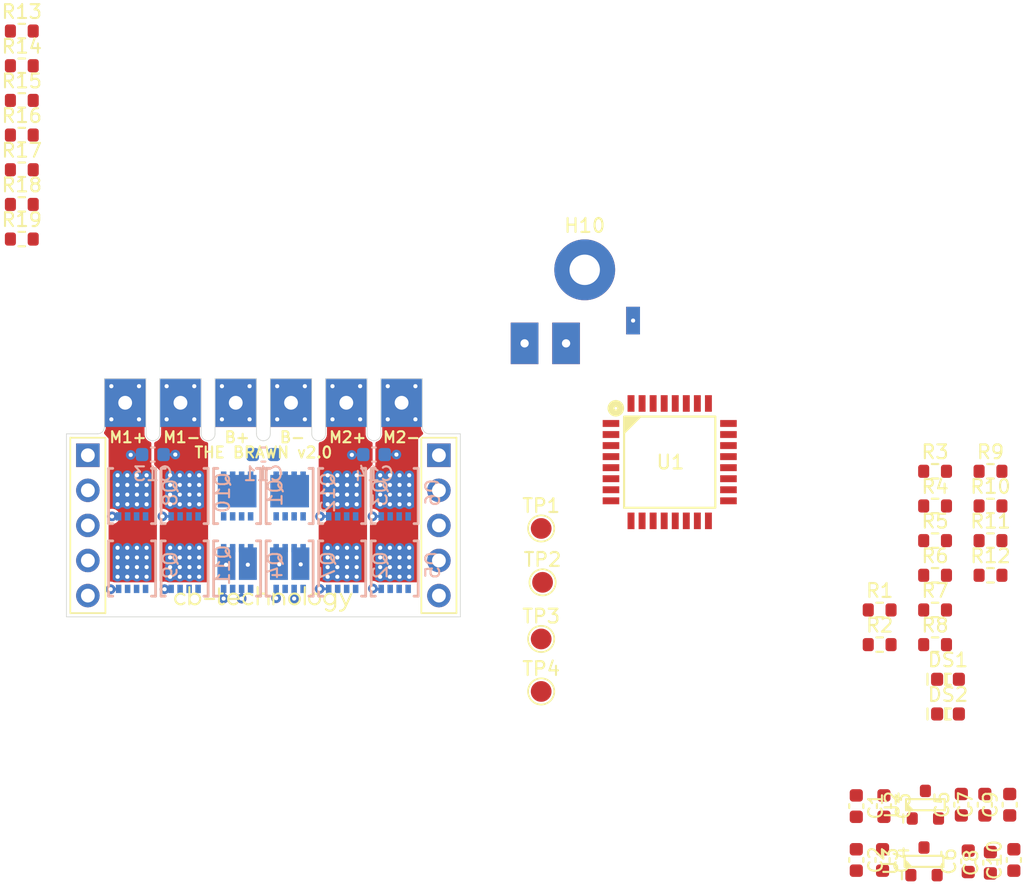
<source format=kicad_pcb>
(kicad_pcb (version 20221018) (generator pcbnew)
  (title_block (title "THE BRAWN - 20A") (date "2023-05-18") (rev "v2.0") (company "CB-TECHNOLOGY"))
  (layers (0 "F.Cu" signal) (1 "In1.Cu" signal) (2 "In2.Cu" signal) (31 "B.Cu" signal) (34 "B.Paste" user) (35 "F.Paste" user) (36 "B.SilkS" user "B.Silkscreen") (37 "F.SilkS" user "F.Silkscreen") (38 "B.Mask" user) (39 "F.Mask" user) (44 "Edge.Cuts" user))
  (net 0 "")
  (net 1 "/A_MOTOR+")
  (net 2 "/A_MOTOR-")
  (net 3 "Net-(H5-Pad1)")
  (net 4 "+5V")
  (net 5 "VCC")
  (net 6 "/B_MOTOR+")
  (net 7 "GND")
  (net 8 "+3V3")
  (net 9 "/B_MOTOR-")
  (net 14 "/SIGNAL")
  (net 16 "/LED_GREEN")
  (net 17 "/nRST")
  (net 18 "Net-(H10-Pad1)")
  (net 19 "/A_FET_P1")
  (net 20 "/A_FET_N1")
  (net 21 "/A_FET_N1_HS")
  (net 22 "/LED_RED")
  (net 24 "/V_BATT")
  (net 26 "/SWDIO")
  (net 27 "/SWDCLK")
  (net 29 "/A_FET_N2_HS")
  (net 30 "/A_FET_P2")
  (net 31 "/A_FET_N2")
  (net 32 "/B_FET_N1_HS")
  (net 40 "Net-(DS1-K)")
  (net 41 "Net-(DS2-K)")
  (net 42 "/B_FET_P1")
  (net 43 "/B_FET_N2_HS")
  (net 44 "/B_FET_P2")
  (net 45 "/B_FET_N1")
  (net 46 "/B_FET_N2")
  (net 47 "/B_SIGNAL")
  (net 48 "/A_SIGNAL")
  (net 49 "Net-(Q1-D)")
  (footprint ".R_Resistor:R_0603" (layer "F.Cu") (at 198.6 165)
    (fp_text reference "R7")
    (fp_text value "1K" hide)
  )
  (footprint "TestPoint:TestPoint_Pad_D1.5mm" (layer "F.Cu") (at 170.1 159.1)
    (fp_text reference "TP1")
    (fp_text value "TestPoint")
  )
  (footprint ".R_Resistor:R_0603" (layer "F.Cu") (at 194.59 165)
    (fp_text reference "R1")
    (fp_text value "1K" hide)
  )
  (footprint ".C_Capacitor:C_0603" (layer "F.Cu") (at 202.6 183.3 90)
    (fp_text reference "C8")
    (fp_text value "1uF" hide)
  )
  (footprint ".R_Resistor:R_0603" (layer "F.Cu") (at 202.61 162.49)
    (fp_text reference "R12")
    (fp_text value "1K" hide)
  )
  (footprint ".C_Capacitor:C_0603" (layer "F.Cu") (at 201 183.2 90)
    (fp_text reference "C6")
    (fp_text value "100nF" hide)
  )
  (footprint ".R_Resistor:R_0603" (layer "F.Cu") (at 194.59 167.51)
    (fp_text reference "R2")
    (fp_text value "10K" hide)
  )
  (footprint ".R_Resistor:R_0603" (layer "F.Cu") (at 198.6 159.98)
    (fp_text reference "R5")
    (fp_text value "1K" hide)
  )
  (footprint "TestPoint:TestPoint_Pad_D1.5mm" (layer "F.Cu") (at 170.1 167.1)
    (fp_text reference "TP3")
    (fp_text value "TestPoint")
  )
  (footprint ".R_Resistor:R_0603" (layer "F.Cu") (at 198.6 157.47)
    (fp_text reference "R4")
    (fp_text value "DNF" hide)
  )
  (footprint "MountingHole:MountingHole_2.2mm_M2_Pad_TopBottom" (layer "F.Cu") (at 144 150)
    (fp_text reference "H4" hide)
    (fp_text value "MountingHole_Pad")
  )
  (footprint ".C_Capacitor:C_0603" (layer "F.Cu") (at 192.9 183.1 -90)
    (fp_text reference "C2")
    (fp_text value "1uF" hide)
  )
  (footprint ".R_Resistor:R_0603" (layer "F.Cu") (at 202.61 157.47)
    (fp_text reference "R10")
    (fp_text value "120R" hide)
  )
  (footprint ".R_Resistor:R_0603" (layer "F.Cu") (at 202.61 154.96)
    (fp_text reference "R9")
    (fp_text value "1K" hide)
  )
  (footprint ".R_Resistor:R_0603" (layer "F.Cu") (at 198.6 167.51)
    (fp_text reference "R8")
    (fp_text value "120R" hide)
  )
  (footprint ".R_Resistor:R_0603" (layer "F.Cu") (at 198.6 162.49)
    (fp_text reference "R6")
    (fp_text value "1K" hide)
  )
  (footprint ".R_Resistor:R_0603" (layer "F.Cu") (at 198.6 154.96)
    (fp_text reference "R3")
    (fp_text value "0R" hide)
  )
  (footprint "MountingHole:MountingHole_2.2mm_M2_Pad_TopBottom" (layer "F.Cu") (at 176.75 144.05)
    (fp_text reference "H5" hide)
    (fp_text value "MountingHole_Pad")
  )
  (footprint ".R_Resistor:R_0603" (layer "F.Cu") (at 132.52 123.09)
    (fp_text reference "R13")
    (fp_text value "1K" hide)
  )
  (footprint "Connector_PinHeader_2.54mm:PinHeader_1x05_P2.54mm_Vertical" (layer "F.Cu") (at 162.7 153.8)
    (fp_text reference "J4" hide)
    (fp_text value "Conn_01x05")
  )
  (footprint "MountingHole:MountingHole_2.2mm_M2_Pad_TopBottom" (layer "F.Cu") (at 156 150)
    (fp_text reference "H8" hide)
    (fp_text value "MountingHole_Pad")
  )
  (footprint ".C_Capacitor:C_0603" (layer "F.Cu") (at 200.5 179.1 90)
    (fp_text reference "C5")
    (fp_text value "100nF" hide)
  )
  (footprint ".C_Capacitor:C_0603" (layer "F.Cu") (at 204 179.1 90)
    (fp_text reference "C9")
    (fp_text value "4.7uF" hide)
  )
  (footprint ".R_Resistor:R_0603" (layer "F.Cu") (at 132.52 133.13)
    (fp_text reference "R17")
    (fp_text value "1K" hide)
  )
  (footprint ".U_IC:SOT23_3" (layer "F.Cu") (at 197.8 183.2 90)
    (fp_text reference "U3")
    (fp_text value "LR7533" hide)
  )
  (footprint "MountingHole:MountingHole_2.2mm_M2_Pad_TopBottom" (layer "F.Cu") (at 140 150)
    (fp_text reference "H3" hide)
    (fp_text value "MountingHole_Pad")
  )
  (footprint ".R_Resistor:R_0603" (layer "F.Cu") (at 202.61 159.98)
    (fp_text reference "R11")
    (fp_text value "1K" hide)
  )
  (footprint "MountingHole:MountingHole_2.2mm_M2_Pad_TopBottom" (layer "F.Cu") (at 173.25 140.375)
    (fp_text reference "H10")
    (fp_text value "MountingHole_Pad")
  )
  (footprint ".U_IC:LQFP32_08_7x7" (layer "F.Cu") (at 179.4 154.3)
    (fp_text reference "U1")
    (fp_text value "STM32G030KxTx" hide)
  )
  (footprint ".C_Capacitor:C_0603" (layer "F.Cu") (at 202.2 179.1 90)
    (fp_text reference "C7")
    (fp_text value "1uF" hide)
  )
  (footprint ".C_Capacitor:C_0603" (layer "F.Cu") (at 204.3 183.1 90)
    (fp_text reference "C10")
    (fp_text value "4.7uF" hide)
  )
  (footprint "MountingHole:MountingHole_2.2mm_M2_Pad_TopBottom" (layer "F.Cu") (at 160 150)
    (fp_text reference "H9" hide)
    (fp_text value "MountingHole_Pad")
  )
  (footprint ".DS_LED:DS_0603" (layer "F.Cu") (at 199.535 172.53)
    (fp_text reference "DS2")
    (fp_text value "GREEN" hide)
  )
  (footprint ".R_Resistor:R_0603" (layer "F.Cu") (at 132.52 138.15)
    (fp_text reference "R19")
    (fp_text value "1K" hide)
  )
  (footprint ".C_Capacitor:C_0603" (layer "F.Cu") (at 194.8 183.1 -90)
    (fp_text reference "C4")
    (fp_text value "100nF" hide)
  )
  (footprint "LOGO" (layer "F.Cu") (at 150 164.2)
    (fp_text reference "G***" hide)
    (fp_text value "LOGO" hide)
  )
  (footprint ".R_Resistor:R_0603" (layer "F.Cu") (at 132.52 128.11)
    (fp_text reference "R15")
    (fp_text value "1K" hide)
  )
  (footprint "Connector_PinHeader_2.54mm:PinHeader_1x05_P2.54mm_Vertical" (layer "F.Cu") (at 137.3 153.8)
    (fp_text reference "J3" hide)
    (fp_text value "Conn_01x05")
  )
  (footprint "MountingHole:MountingHole_2.2mm_M2_Pad_TopBottom" (layer "F.Cu") (at 152 150)
    (fp_text reference "H2" hide)
    (fp_text value "MountingHole_Pad")
  )
  (footprint ".C_Capacitor:C_0603" (layer "F.Cu") (at 194.9 179.2 -90)
    (fp_text reference "C3")
    (fp_text value "100nF" hide)
  )
  (footprint "MountingHole:MountingHole_2.2mm_M2_Pad_TopBottom" (layer "F.Cu") (at 168.9 145.7)
    (fp_text reference "H7" hide)
    (fp_text value "MountingHole_Pad")
  )
  (footprint "TestPoint:TestPoint_Pad_D1.5mm" (layer "F.Cu") (at 170.2 163)
    (fp_text reference "TP2")
    (fp_text value "TestPoint")
  )
  (footprint ".R_Resistor:R_0603" (layer "F.Cu") (at 132.52 135.64)
    (fp_text reference "R18")
    (fp_text value "1K" hide)
  )
  (footprint ".C_Capacitor:C_0603" (layer "F.Cu") (at 192.9 179.2 -90)
    (fp_text reference "C1")
    (fp_text value "1uF" hide)
  )
  (footprint ".U_IC:SOT23_3" (layer "F.Cu") (at 197.9 179.1 90)
    (fp_text reference "U2")
    (fp_text value "LR7533" hide)
  )
  (footprint ".R_Resistor:R_0603" (layer "F.Cu") (at 132.52 125.6)
    (fp_text reference "R14")
    (fp_text value "1K" hide)
  )
  (footprint ".DS_LED:DS_0603" (layer "F.Cu") (at 199.535 170.02)
    (fp_text reference "DS1")
    (fp_text value "RED" hide)
  )
  (footprint "TestPoint:TestPoint_Pad_D1.5mm" (layer "F.Cu") (at 170.1 170.9)
    (fp_text reference "TP4")
    (fp_text value "TestPoint")
  )
  (footprint "MountingHole:MountingHole_2.2mm_M2_Pad_TopBottom" (layer "F.Cu") (at 171.9 145.7)
    (fp_text reference "H6" hide)
    (fp_text value "MountingHole_Pad")
  )
  (footprint "MountingHole:MountingHole_2.2mm_M2_Pad_TopBottom" (layer "F.Cu") (at 148 150)
    (fp_text reference "H1" hide)
    (fp_text value "MountingHole_Pad")
  )
  (footprint ".R_Resistor:R_0603" (layer "F.Cu") (at 132.52 130.62)
    (fp_text reference "R16")
    (fp_text value "1K" hide)
  )
  (footprint ".Q_MOSFET:8-DFN_3x3" (layer "B.Cu") (at 159.5 156.75 90)
    (fp_text reference "Q6")
    (fp_text value "VS3522AE")
  )
  (footprint ".Q_MOSFET:8-DFN_3x3" (layer "B.Cu") (at 159.5 162 90)
    (fp_text reference "Q5")
    (fp_text value "AP50N03DF")
  )
  (footprint ".Q_MOSFET:8-DFN_3x3" (layer "B.Cu") (at 144.3 156.75 90)
    (fp_text reference "Q10")
    (fp_text value "VS3522AE")
  )
  (footprint ".Q_MOSFET:8-DFN_3x3" (layer "B.Cu") (at 140.5 156.75 90)
    (fp_text reference "Q8")
    (fp_text value "VS3522AE")
  )
  (footprint ".Q_MOSFET:8-DFN_3x3_DUAL" (layer "B.Cu") (at 151.9 162 90)
    (fp_text reference "Q7")
    (fp_text value "HXY304DF")
  )
  (footprint ".C_Capacitor:C_0603" (layer "B.Cu") (at 150 153.75)
    (fp_text reference "C11")
    (fp_text value "4.7uF" hide)
  )
  (footprint ".Q_MOSFET:8-DFN_3x3" (layer "B.Cu") (at 155.7 162 90)
    (fp_text reference "Q2")
    (fp_text value "AP50N03DF")
  )
  (footprint ".Q_MOSFET:8-DFN_3x3" (layer "B.Cu") (at 140.5 162 90)
    (fp_text reference "Q9")
    (fp_text value "AP50N03DF")
  )
  (footprint ".C_Capacitor:C_0603" (layer "B.Cu") (at 158 153.75)
    (fp_text reference "C14")
    (fp_text value "100nF" hide)
  )
  (footprint ".Q_MOSFET:8-DFN_3x3" (layer "B.Cu") (at 148.1 156.75 90)
    (fp_text reference "Q1")
    (fp_text value "VS3522AE")
  )
  (footprint ".Q_MOSFET:8-DFN_3x3" (layer "B.Cu") (at 144.3 162 90)
    (fp_text reference "Q11")
    (fp_text value "AP50N03DF")
  )
  (footprint ".Q_MOSFET:8-DFN_3x3" (layer "B.Cu") (at 151.9 156.75 90)
    (fp_text reference "Q12")
    (fp_text value "VS3522AE")
  )
  (footprint ".C_Capacitor:C_0603" (layer "B.Cu") (at 142 153.75)
    (fp_text reference "C13")
    (fp_text value "100nF" hide)
  )
  (footprint ".Q_MOSFET:8-DFN_3x3_DUAL" (layer "B.Cu") (at 148.1 162 90)
    (fp_text reference "Q4")
    (fp_text value "HXY304DF")
  )
  (footprint ".Q_MOSFET:8-DFN_3x3" (layer "B.Cu") (at 155.7 156.75 90)
    (fp_text reference "Q3")
    (fp_text value "VS3522AE")
  )
  (gr_line (start 157.5 148.25) (end 157.5 152.25) (stroke (width 0.05)) (layer "Edge.Cuts"))
  (gr_arc (start 146.5 152.25) (mid 146.353554 152.603554) (end 146 152.75) (stroke (width 0.05)) (layer "Edge.Cuts"))
  (gr_line (start 138.5 148.25) (end 138.5 151.75) (stroke (width 0.05)) (layer "Edge.Cuts"))
  (gr_line (start 150.5 148.25) (end 150.5 152.25) (stroke (width 0.05)) (layer "Edge.Cuts"))
  (gr_line (start 146.5 148.25) (end 146.5 152.25) (stroke (width 0.05)) (layer "Edge.Cuts"))
  (gr_line (start 153.5 148.25) (end 153.5 152.25) (stroke (width 0.05)) (layer "Edge.Cuts"))
  (gr_line (start 146.5 148.25) (end 149.5 148.25) (stroke (width 0.05)) (layer "Edge.Cuts"))
  (gr_line (start 164.25 152.25) (end 164.25 165.5) (stroke (width 0.05)) (layer "Edge.Cuts"))
  (gr_line (start 161.5 148.25) (end 161.5 151.75) (stroke (width 0.05)) (layer "Edge.Cuts"))
  (gr_line (start 150.5 148.25) (end 153.5 148.25) (stroke (width 0.05)) (layer "Edge.Cuts"))
  (gr_line (start 141.5 148.25) (end 141.5 152.25) (stroke (width 0.05)) (layer "Edge.Cuts"))
  (gr_arc (start 154.5 152.25) (mid 154.353554 152.603554) (end 154 152.75) (stroke (width 0.05)) (layer "Edge.Cuts"))
  (gr_line (start 135.75 152.25) (end 135.75 165.5) (stroke (width 0.05)) (layer "Edge.Cuts"))
  (gr_line (start 138.5 148.25) (end 141.5 148.25) (stroke (width 0.05)) (layer "Edge.Cuts"))
  (gr_arc (start 158 152.75) (mid 157.646447 152.603553) (end 157.5 152.25) (stroke (width 0.05)) (layer "Edge.Cuts"))
  (gr_arc (start 150 152.75) (mid 149.646446 152.603554) (end 149.5 152.25) (stroke (width 0.05)) (layer "Edge.Cuts"))
  (gr_arc (start 142 152.75) (mid 141.646446 152.603554) (end 141.5 152.25) (stroke (width 0.05)) (layer "Edge.Cuts"))
  (gr_line (start 142.5 148.25) (end 142.5 152.25) (stroke (width 0.05)) (layer "Edge.Cuts"))
  (gr_line (start 142.5 148.25) (end 145.5 148.25) (stroke (width 0.05)) (layer "Edge.Cuts"))
  (gr_line (start 162 152.25) (end 164.25 152.25) (stroke (width 0.05)) (layer "Edge.Cuts"))
  (gr_arc (start 138.5 151.75) (mid 138.353554 152.103554) (end 138 152.25) (stroke (width 0.05)) (layer "Edge.Cuts"))
  (gr_line (start 138 152.25) (end 135.75 152.25) (stroke (width 0.05)) (layer "Edge.Cuts"))
  (gr_line (start 158.5 148.25) (end 161.5 148.25) (stroke (width 0.05)) (layer "Edge.Cuts"))
  (gr_arc (start 154 152.75) (mid 153.646446 152.603554) (end 153.5 152.25) (stroke (width 0.05)) (layer "Edge.Cuts"))
  (gr_line (start 164.25 165.5) (end 135.75 165.5) (stroke (width 0.05)) (layer "Edge.Cuts"))
  (gr_arc (start 162 152.25) (mid 161.646446 152.103554) (end 161.5 151.75) (stroke (width 0.05)) (layer "Edge.Cuts"))
  (gr_line (start 149.5 148.25) (end 149.5 152.25) (stroke (width 0.05)) (layer "Edge.Cuts"))
  (gr_arc (start 150.5 152.25) (mid 150.353554 152.603554) (end 150 152.75) (stroke (width 0.05)) (layer "Edge.Cuts"))
  (gr_arc (start 158.5 152.25) (mid 158.353553 152.603553) (end 158 152.75) (stroke (width 0.05)) (layer "Edge.Cuts"))
  (gr_line (start 158.5 148.25) (end 158.5 152.25) (stroke (width 0.05)) (layer "Edge.Cuts"))
  (gr_line (start 154.5 148.25) (end 157.5 148.25) (stroke (width 0.05)) (layer "Edge.Cuts"))
  (gr_line (start 154.5 148.25) (end 154.5 152.25) (stroke (width 0.05)) (layer "Edge.Cuts"))
  (gr_arc (start 142.5 152.25) (mid 142.353554 152.603554) (end 142 152.75) (stroke (width 0.05)) (layer "Edge.Cuts"))
  (gr_line (start 145.5 148.25) (end 145.5 152.25) (stroke (width 0.05)) (layer "Edge.Cuts"))
  (gr_arc (start 146 152.75) (mid 145.646446 152.603554) (end 145.5 152.25) (stroke (width 0.05)) (layer "Edge.Cuts"))
  (gr_text "M1+" (at 140.2 152.5) (layer "F.SilkS") (effects (font (size 0.8 0.8))))
  (gr_text "B+" (at 148.1 152.5) (layer "F.SilkS") (effects (font (size 0.8 0.8))))
  (gr_text "M2-" (at 160 152.5) (layer "F.SilkS") (effects (font (size 0.8 0.8))))
  (gr_text "THE BRAWN v2.0" (at 150 153.6) (layer "F.SilkS") (effects (font (size 0.8 0.8))))
  (gr_text "M1-" (at 144.1 152.5) (layer "F.SilkS") (effects (font (size 0.8 0.8))))
  (gr_text "B-" (at 152.1 152.5) (layer "F.SilkS") (effects (font (size 0.8 0.8))))
  (gr_text "M2+" (at 156.1 152.5) (layer "F.SilkS") (effects (font (size 0.8 0.8))))
  (via (at 140.85 160.5) (size 0.7) (drill 0.3) (layers "F.Cu" "B.Cu") (net 1))
  (via (at 139 148.8) (size 0.7) (drill 0.3) (layers "F.Cu" "B.Cu") (net 1))
  (via (at 139.45 160.5) (size 0.7) (drill 0.3) (layers "F.Cu" "B.Cu") (net 1))
  (via (at 140.15 155.25) (size 0.7) (drill 0.3) (layers "F.Cu" "B.Cu") (net 1))
  (via (at 139.45 155.95) (size 0.7) (drill 0.3) (layers "F.Cu" "B.Cu") (net 1))
  (via (at 140.85 161.9) (size 0.7) (drill 0.3) (layers "F.Cu" "B.Cu") (net 1))
  (via (at 140.15 162.6) (size 0.7) (drill 0.3) (layers "F.Cu" "B.Cu") (net 1))
  (via (at 141.55 160.5) (size 0.7) (drill 0.3) (layers "F.Cu" "B.Cu") (net 1))
  (via (at 141.55 155.95) (size 0.7) (drill 0.3) (layers "F.Cu" "B.Cu") (net 1))
  (via (at 140.85 162.6) (size 0.7) (drill 0.3) (layers "F.Cu" "B.Cu") (net 1))
  (via (at 140.15 160.5) (size 0.7) (drill 0.3) (layers "F.Cu" "B.Cu") (net 1))
  (via (at 140.15 161.9) (size 0.7) (drill 0.3) (layers "F.Cu" "B.Cu") (net 1))
  (via (at 141.55 162.6) (size 0.7) (drill 0.3) (layers "F.Cu" "B.Cu") (net 1))
  (via (at 140.85 155.25) (size 0.7) (drill 0.3) (layers "F.Cu" "B.Cu") (net 1))
  (via (at 141 151.2) (size 0.7) (drill 0.3) (layers "F.Cu" "B.Cu") (net 1))
  (via (at 139.45 157.35) (size 0.7) (drill 0.3) (layers "F.Cu" "B.Cu") (net 1))
  (via (at 140.15 157.35) (size 0.7) (drill 0.3) (layers "F.Cu" "B.Cu") (net 1))
  (via (at 140.85 156.65) (size 0.7) (drill 0.3) (layers "F.Cu" "B.Cu") (net 1))
  (via (at 139.45 161.2) (size 0.7) (drill 0.3) (layers "F.Cu" "B.Cu") (net 1))
  (via (at 140.85 157.35) (size 0.7) (drill 0.3) (layers "F.Cu" "B.Cu") (net 1))
  (via (at 139 151.2) (size 0.7) (drill 0.3) (layers "F.Cu" "B.Cu") (net 1))
  (via (at 141.55 156.65) (size 0.7) (drill 0.3) (layers "F.Cu" "B.Cu") (net 1))
  (via (at 141.55 161.2) (size 0.7) (drill 0.3) (layers "F.Cu" "B.Cu") (net 1))
  (via (at 141 148.8) (size 0.7) (drill 0.3) (layers "F.Cu" "B.Cu") (net 1))
  (via (at 140.15 155.95) (size 0.7) (drill 0.3) (layers "F.Cu" "B.Cu") (net 1))
  (via (at 141.55 155.25) (size 0.7) (drill 0.3) (layers "F.Cu" "B.Cu") (net 1))
  (via (at 139.45 161.9) (size 0.7) (drill 0.3) (layers "F.Cu" "B.Cu") (net 1))
  (via (at 140.4 153.775) (size 0.7) (drill 0.3) (layers "F.Cu" "B.Cu") (net 1))
  (via (at 141.55 157.35) (size 0.7) (drill 0.3) (layers "F.Cu" "B.Cu") (net 1))
  (via (at 139.45 155.25) (size 0.7) (drill 0.3) (layers "F.Cu" "B.Cu") (net 1))
  (via (at 140.15 156.65) (size 0.7) (drill 0.3) (layers "F.Cu" "B.Cu") (net 1))
  (via (at 140.85 161.2) (size 0.7) (drill 0.3) (layers "F.Cu" "B.Cu") (net 1))
  (via (at 140.15 161.2) (size 0.7) (drill 0.3) (layers "F.Cu" "B.Cu") (net 1))
  (via (at 140.85 155.95) (size 0.7) (drill 0.3) (layers "F.Cu" "B.Cu") (net 1))
  (via (at 139.45 162.6) (size 0.7) (drill 0.3) (layers "F.Cu" "B.Cu") (net 1))
  (via (at 141.55 161.9) (size 0.7) (drill 0.3) (layers "F.Cu" "B.Cu") (net 1))
  (via (at 139.45 156.65) (size 0.7) (drill 0.3) (layers "F.Cu" "B.Cu") (net 1))
  (segment (start 141.25 153.775) (end 140.4 153.775) (width 0.2) (layer "B.Cu") (net 1))
  (via (at 145.35 162.6) (size 0.7) (drill 0.3) (layers "F.Cu" "B.Cu") (net 2))
  (via (at 144.65 160.5) (size 0.7) (drill 0.3) (layers "F.Cu" "B.Cu") (net 2))
  (via (at 143.25 160.5) (size 0.7) (drill 0.3) (layers "F.Cu" "B.Cu") (net 2))
  (via (at 143.95 155.95) (size 0.7) (drill 0.3) (layers "F.Cu" "B.Cu") (net 2))
  (via (at 144.65 161.9) (size 0.7) (drill 0.3) (layers "F.Cu" "B.Cu") (net 2))
  (via (at 145.35 156.65) (size 0.7) (drill 0.3) (layers "F.Cu" "B.Cu") (net 2))
  (via (at 143.95 156.65) (size 0.7) (drill 0.3) (layers "F.Cu" "B.Cu") (net 2))
  (via (at 143.25 157.35) (size 0.7) (drill 0.3) (layers "F.Cu" "B.Cu") (net 2))
  (via (at 143.25 155.95) (size 0.7) (drill 0.3) (layers "F.Cu" "B.Cu") (net 2))
  (via (at 145.35 155.95) (size 0.7) (drill 0.3) (layers "F.Cu" "B.Cu") (net 2))
  (via (at 143 151.2) (size 0.7) (drill 0.3) (layers "F.Cu" "B.Cu") (net 2))
  (via (at 143.95 162.6) (size 0.7) (drill 0.3) (layers "F.Cu" "B.Cu") (net 2))
  (via (at 143.25 162.6) (size 0.7) (drill 0.3) (layers "F.Cu" "B.Cu") (net 2))
  (via (at 143.25 161.9) (size 0.7) (drill 0.3) (layers "F.Cu" "B.Cu") (net 2))
  (via (at 143.95 160.5) (size 0.7) (drill 0.3) (layers "F.Cu" "B.Cu") (net 2))
  (via (at 145 148.8) (size 0.7) (drill 0.3) (layers "F.Cu" "B.Cu") (net 2))
  (via (at 145.35 155.25) (size 0.7) (drill 0.3) (layers "F.Cu" "B.Cu") (net 2))
  (via (at 143.25 161.2) (size 0.7) (drill 0.3) (layers "F.Cu" "B.Cu") (net 2))
  (via (at 143.25 156.65) (size 0.7) (drill 0.3) (layers "F.Cu" "B.Cu") (net 2))
  (via (at 145.35 161.2) (size 0.7) (drill 0.3) (layers "F.Cu" "B.Cu") (net 2))
  (via (at 145.35 157.35) (size 0.7) (drill 0.3) (layers "F.Cu" "B.Cu") (net 2))
  (via (at 144.65 156.65) (size 0.7) (drill 0.3) (layers "F.Cu" "B.Cu") (net 2))
  (via (at 145 151.2) (size 0.7) (drill 0.3) (layers "F.Cu" "B.Cu") (net 2))
  (via (at 144.65 162.6) (size 0.7) (drill 0.3) (layers "F.Cu" "B.Cu") (net 2))
  (via (at 144.65 155.95) (size 0.7) (drill 0.3) (layers "F.Cu" "B.Cu") (net 2))
  (via (at 143.95 161.2) (size 0.7) (drill 0.3) (layers "F.Cu" "B.Cu") (net 2))
  (via (at 143.95 155.25) (size 0.7) (drill 0.3) (layers "F.Cu" "B.Cu") (net 2))
  (via (at 143.95 161.9) (size 0.7) (drill 0.3) (layers "F.Cu" "B.Cu") (net 2))
  (via (at 144.65 155.25) (size 0.7) (drill 0.3) (layers "F.Cu" "B.Cu") (net 2))
  (via (at 143 148.8) (size 0.7) (drill 0.3) (layers "F.Cu" "B.Cu") (net 2))
  (via (at 143.625 153.75) (size 0.7) (drill 0.3) (layers "F.Cu" "B.Cu") (net 2))
  (via (at 145.35 161.9) (size 0.7) (drill 0.3) (layers "F.Cu" "B.Cu") (net 2))
  (via (at 144.65 161.2) (size 0.7) (drill 0.3) (layers "F.Cu" "B.Cu") (net 2))
  (via (at 143.95 157.35) (size 0.7) (drill 0.3) (layers "F.Cu" "B.Cu") (net 2))
  (via (at 145.35 160.5) (size 0.7) (drill 0.3) (layers "F.Cu" "B.Cu") (net 2))
  (via (at 144.65 157.35) (size 0.7) (drill 0.3) (layers "F.Cu" "B.Cu") (net 2))
  (via (at 143.25 155.25) (size 0.7) (drill 0.3) (layers "F.Cu" "B.Cu") (net 2))
  (segment (start 142.775 153.75) (end 143.625 153.75) (width 0.2) (layer "B.Cu") (net 2))
  (via (at 156.75 156.65) (size 0.7) (drill 0.3) (layers "F.Cu" "B.Cu") (net 6))
  (via (at 156.75 162.6) (size 0.7) (drill 0.3) (layers "F.Cu" "B.Cu") (net 6))
  (via (at 154.65 156.65) (size 0.7) (drill 0.3) (layers "F.Cu" "B.Cu") (net 6))
  (via (at 156.05 161.2) (size 0.7) (drill 0.3) (layers "F.Cu" "B.Cu") (net 6))
  (via (at 155.35 155.25) (size 0.7) (drill 0.3) (layers "F.Cu" "B.Cu") (net 6))
  (via (at 154.65 160.5) (size 0.7) (drill 0.3) (layers "F.Cu" "B.Cu") (net 6))
  (via (at 154.65 162.6) (size 0.7) (drill 0.3) (layers "F.Cu" "B.Cu") (net 6))
  (via (at 156.75 160.5) (size 0.7) (drill 0.3) (layers "F.Cu" "B.Cu") (net 6))
  (via (at 156.05 162.6) (size 0.7) (drill 0.3) (layers "F.Cu" "B.Cu") (net 6))
  (via (at 156.05 155.95) (size 0.7) (drill 0.3) (layers "F.Cu" "B.Cu") (net 6))
  (via (at 156.05 155.25) (size 0.7) (drill 0.3) (layers "F.Cu" "B.Cu") (net 6))
  (via (at 155.35 162.6) (size 0.7) (drill 0.3) (layers "F.Cu" "B.Cu") (net 6))
  (via (at 156.05 157.35) (size 0.7) (drill 0.3) (layers "F.Cu" "B.Cu") (net 6))
  (via (at 156.75 155.95) (size 0.7) (drill 0.3) (layers "F.Cu" "B.Cu") (net 6))
  (via (at 154.65 157.35) (size 0.7) (drill 0.3) (layers "F.Cu" "B.Cu") (net 6))
  (via (at 156.4 153.775) (size 0.7) (drill 0.3) (layers "F.Cu" "B.Cu") (net 6))
  (via (at 156.05 161.9) (size 0.7) (drill 0.3) (layers "F.Cu" "B.Cu") (net 6))
  (via (at 155.35 161.2) (size 0.7) (drill 0.3) (layers "F.Cu" "B.Cu") (net 6))
  (via (at 156.75 161.2) (size 0.7) (drill 0.3) (layers "F.Cu" "B.Cu") (net 6))
  (via (at 157 148.8) (size 0.7) (drill 0.3) (layers "F.Cu" "B.Cu") (net 6))
  (via (at 155.35 155.95) (size 0.7) (drill 0.3) (layers "F.Cu" "B.Cu") (net 6))
  (via (at 156.05 160.5) (size 0.7) (drill 0.3) (layers "F.Cu" "B.Cu") (net 6))
  (via (at 154.65 155.25) (size 0.7) (drill 0.3) (layers "F.Cu" "B.Cu") (net 6))
  (via (at 156.75 161.9) (size 0.7) (drill 0.3) (layers "F.Cu" "B.Cu") (net 6))
  (via (at 155 151.2) (size 0.7) (drill 0.3) (layers "F.Cu" "B.Cu") (net 6))
  (via (at 155.35 161.9) (size 0.7) (drill 0.3) (layers "F.Cu" "B.Cu") (net 6))
  (via (at 156.75 157.35) (size 0.7) (drill 0.3) (layers "F.Cu" "B.Cu") (net 6))
  (via (at 154.65 161.2) (size 0.7) (drill 0.3) (layers "F.Cu" "B.Cu") (net 6))
  (via (at 156.75 155.25) (size 0.7) (drill 0.3) (layers "F.Cu" "B.Cu") (net 6))
  (via (at 157 151.2) (size 0.7) (drill 0.3) (layers "F.Cu" "B.Cu") (net 6))
  (via (at 155 148.8) (size 0.7) (drill 0.3) (layers "F.Cu" "B.Cu") (net 6))
  (via (at 154.65 161.9) (size 0.7) (drill 0.3) (layers "F.Cu" "B.Cu") (net 6))
  (via (at 155.35 156.65) (size 0.7) (drill 0.3) (layers "F.Cu" "B.Cu") (net 6))
  (via (at 155.35 157.35) (size 0.7) (drill 0.3) (layers "F.Cu" "B.Cu") (net 6))
  (via (at 155.35 160.5) (size 0.7) (drill 0.3) (layers "F.Cu" "B.Cu") (net 6))
  (via (at 156.05 156.65) (size 0.7) (drill 0.3) (layers "F.Cu" "B.Cu") (net 6))
  (via (at 154.65 155.95) (size 0.7) (drill 0.3) (layers "F.Cu" "B.Cu") (net 6))
  (segment (start 157.25 153.775) (end 156.4 153.775) (width 0.2) (layer "B.Cu") (net 6))
  (via (at 153 151.2) (size 0.7) (drill 0.3) (layers "F.Cu" "B.Cu") (net 7))
  (via (at 151 151.2) (size 0.7) (drill 0.3) (layers "F.Cu" "B.Cu") (net 7))
  (via (at 151 148.8) (size 0.7) (drill 0.3) (layers "F.Cu" "B.Cu") (net 7))
  (via (at 153 148.8) (size 0.7) (drill 0.3) (layers "F.Cu" "B.Cu") (net 7))
  (via (at 158.45 156.65) (size 0.7) (drill 0.3) (layers "F.Cu" "B.Cu") (net 9))
  (via (at 160.55 156.65) (size 0.7) (drill 0.3) (layers "F.Cu" "B.Cu") (net 9))
  (via (at 160.55 155.95) (size 0.7) (drill 0.3) (layers "F.Cu" "B.Cu") (net 9))
  (via (at 159.85 156.65) (size 0.7) (drill 0.3) (layers "F.Cu" "B.Cu") (net 9))
  (via (at 159 151.2) (size 0.7) (drill 0.3) (layers "F.Cu" "B.Cu") (net 9))
  (via (at 159.625 153.75) (size 0.7) (drill 0.3) (layers "F.Cu" "B.Cu") (net 9))
  (via (at 158.45 157.35) (size 0.7) (drill 0.3) (layers "F.Cu" "B.Cu") (net 9))
  (via (at 159.85 161.9) (size 0.7) (drill 0.3) (layers "F.Cu" "B.Cu") (net 9))
  (via (at 159.15 156.65) (size 0.7) (drill 0.3) (layers "F.Cu" "B.Cu") (net 9))
  (via (at 159.15 155.95) (size 0.7) (drill 0.3) (layers "F.Cu" "B.Cu") (net 9))
  (via (at 161 151.2) (size 0.7) (drill 0.3) (layers "F.Cu" "B.Cu") (net 9))
  (via (at 160.55 157.35) (size 0.7) (drill 0.3) (layers "F.Cu" "B.Cu") (net 9))
  (via (at 159 148.8) (size 0.7) (drill 0.3) (layers "F.Cu" "B.Cu") (net 9))
  (via (at 160.55 162.6) (size 0.7) (drill 0.3) (layers "F.Cu" "B.Cu") (net 9))
  (via (at 158.45 162.6) (size 0.7) (drill 0.3) (layers "F.Cu" "B.Cu") (net 9))
  (via (at 159.15 155.25) (size 0.7) (drill 0.3) (layers "F.Cu" "B.Cu") (net 9))
  (via (at 159.85 160.5) (size 0.7) (drill 0.3) (layers "F.Cu" "B.Cu") (net 9))
  (via (at 159.85 162.6) (size 0.7) (drill 0.3) (layers "F.Cu" "B.Cu") (net 9))
  (via (at 159.15 161.2) (size 0.7) (drill 0.3) (layers "F.Cu" "B.Cu") (net 9))
  (via (at 158.45 161.9) (size 0.7) (drill 0.3) (layers "F.Cu" "B.Cu") (net 9))
  (via (at 158.45 161.2) (size 0.7) (drill 0.3) (layers "F.Cu" "B.Cu") (net 9))
  (via (at 158.45 155.95) (size 0.7) (drill 0.3) (layers "F.Cu" "B.Cu") (net 9))
  (via (at 159.85 157.35) (size 0.7) (drill 0.3) (layers "F.Cu" "B.Cu") (net 9))
  (via (at 158.45 155.25) (size 0.7) (drill 0.3) (layers "F.Cu" "B.Cu") (net 9))
  (via (at 159.85 155.95) (size 0.7) (drill 0.3) (layers "F.Cu" "B.Cu") (net 9))
  (via (at 159.15 160.5) (size 0.7) (drill 0.3) (layers "F.Cu" "B.Cu") (net 9))
  (via (at 159.15 157.35) (size 0.7) (drill 0.3) (layers "F.Cu" "B.Cu") (net 9))
  (via (at 158.45 160.5) (size 0.7) (drill 0.3) (layers "F.Cu" "B.Cu") (net 9))
  (via (at 159.85 161.2) (size 0.7) (drill 0.3) (layers "F.Cu" "B.Cu") (net 9))
  (via (at 159.15 162.6) (size 0.7) (drill 0.3) (layers "F.Cu" "B.Cu") (net 9))
  (via (at 159.85 155.25) (size 0.7) (drill 0.3) (layers "F.Cu" "B.Cu") (net 9))
  (via (at 160.55 161.2) (size 0.7) (drill 0.3) (layers "F.Cu" "B.Cu") (net 9))
  (via (at 160.55 161.9) (size 0.7) (drill 0.3) (layers "F.Cu" "B.Cu") (net 9))
  (via (at 161 148.8) (size 0.7) (drill 0.3) (layers "F.Cu" "B.Cu") (net 9))
  (via (at 160.55 160.5) (size 0.7) (drill 0.3) (layers "F.Cu" "B.Cu") (net 9))
  (via (at 160.55 155.25) (size 0.7) (drill 0.3) (layers "F.Cu" "B.Cu") (net 9))
  (via (at 159.15 161.9) (size 0.7) (drill 0.3) (layers "F.Cu" "B.Cu") (net 9))
  (segment (start 158.775 153.75) (end 159.625 153.75) (width 0.2) (layer "B.Cu") (net 9))
  (via (at 139.05 158.225) (size 0.7) (drill 0.3) (layers "F.Cu" "B.Cu") (net 19))
  (via (at 147.3 161.725) (size 0.7) (drill 0.3) (layers "F.Cu" "B.Cu") (net 19))
  (segment (start 138.9 158.225) (end 139.575 158.225) (width 0.2) (layer "B.Cu") (net 19))
  (via (at 138.95 163.5) (size 0.7) (drill 0.3) (layers "F.Cu" "B.Cu") (net 20))
  (segment (start 138.8875 163.5) (end 139.5625 163.5) (width 0.2) (layer "B.Cu") (net 20))
  (via (at 147.125 164.175) (size 0.7) (drill 0.3) (layers "F.Cu" "B.Cu") (net 21))
  (segment (start 147.125 164.175) (end 147.125 163.5) (width 0.2) (layer "B.Cu") (net 21))
  (via (at 148.425 164.175) (size 0.7) (drill 0.3) (layers "F.Cu" "B.Cu") (net 29))
  (segment (start 148.425 164.175) (end 148.425 163.5) (width 0.2) (layer "B.Cu") (net 29))
  (via (at 148.875 161.725) (size 0.7) (drill 0.3) (layers "F.Cu" "B.Cu") (net 30))
  (via (at 142.7 158.225) (size 0.7) (drill 0.3) (layers "F.Cu" "B.Cu") (net 30))
  (segment (start 142.7 158.225) (end 143.375 158.225) (width 0.2) (layer "B.Cu") (net 30))
  (via (at 142.85 163.5) (size 0.7) (drill 0.3) (layers "F.Cu" "B.Cu") (net 31))
  (segment (start 142.7 163.475) (end 143.375 163.475) (width 0.2) (layer "B.Cu") (net 31))
  (via (at 150.925 164.15) (size 0.7) (drill 0.3) (layers "F.Cu" "B.Cu") (net 32))
  (segment (start 150.925 164.15) (end 150.925 163.475) (width 0.2) (layer "B.Cu") (net 32))
  (via (at 154.1 158.225) (size 0.7) (drill 0.3) (layers "F.Cu" "B.Cu") (net 42))
  (via (at 151.15 161.7) (size 0.7) (drill 0.3) (layers "F.Cu" "B.Cu") (net 42))
  (segment (start 154.025 158.225) (end 154.725 158.225) (width 0.2) (layer "B.Cu") (net 42))
  (via (at 152.225 164.175) (size 0.7) (drill 0.3) (layers "F.Cu" "B.Cu") (net 43))
  (segment (start 152.225 164.175) (end 152.225 163.5) (width 0.2) (layer "B.Cu") (net 43))
  (via (at 157.9 158.225) (size 0.7) (drill 0.3) (layers "F.Cu" "B.Cu") (net 44))
  (via (at 152.7 161.7) (size 0.7) (drill 0.3) (layers "F.Cu" "B.Cu") (net 44))
  (segment (start 157.85 158.225) (end 158.525 158.225) (width 0.2) (layer "B.Cu") (net 44))
  (via (at 154.075 163.475) (size 0.7) (drill 0.3) (layers "F.Cu" "B.Cu") (net 45))
  (segment (start 154.05 163.475) (end 154.725 163.475) (width 0.2) (layer "B.Cu") (net 45))
  (via (at 157.925 163.45) (size 0.7) (drill 0.3) (layers "F.Cu" "B.Cu") (net 46))
  (segment (start 157.8875 163.5) (end 158.5625 163.5) (width 0.2) (layer "B.Cu") (net 46))
  (via (at 147 148.8) (size 0.7) (drill 0.3) (layers "F.Cu" "B.Cu") (net 49))
  (via (at 147 151.2) (size 0.7) (drill 0.3) (layers "F.Cu" "B.Cu") (net 49))
  (via (at 149 151.2) (size 0.7) (drill 0.3) (layers "F.Cu" "B.Cu") (net 49))
  (via (at 149 148.8) (size 0.7) (drill 0.3) (layers "F.Cu" "B.Cu") (net 49))
  (zone (net 2) (net_name "/A_MOTOR-") (layers "F.Cu" "In2.Cu") (priority 1) (connect_pads yes (clearance 0.2)) (min_thickness 0.25) (fill yes (thermal_gap 0.5) (thermal_bridge_width 0.5))
    (polygon (pts (xy 142.1 148) (xy 142.1 154.5) (xy 142.5 154.9) (xy 142.5 163) (xy 146 163) (xy 146 147.9)))
  )
  (zone (net 1) (net_name "/A_MOTOR+") (layers "F.Cu" "In2.Cu") (connect_pads yes (clearance 0.2)) (min_thickness 0.25) (fill yes (thermal_gap 0.5) (thermal_bridge_width 0.5))
    (polygon (pts (xy 141.9 148) (xy 141.9 154.6) (xy 142.3 155) (xy 142.3 163) (xy 138.8 163) (xy 138.8 152.6) (xy 137.9 151.6) (xy 138 147.1)))
  )
  (zone (net 6) (net_name "/B_MOTOR+") (layers "F.Cu" "In2.Cu") (priority 3) (connect_pads yes (clearance 0.2)) (min_thickness 0.25) (fill yes (thermal_gap 0.5) (thermal_bridge_width 0.5))
    (polygon (pts (xy 157.9 148.1) (xy 157.9 154.5) (xy 157.5 154.9) (xy 157.5 163) (xy 154 163) (xy 154 147.8)))
  )
  (zone (net 9) (net_name "/B_MOTOR-") (layers "F.Cu" "In2.Cu") (priority 2) (connect_pads yes (clearance 0.2)) (min_thickness 0.25) (fill yes (thermal_gap 0.5) (thermal_bridge_width 0.5))
    (polygon (pts (xy 158.1 148.1) (xy 158.1 154.6) (xy 157.7 155) (xy 157.7 163) (xy 161.2 163) (xy 161.2 152.6) (xy 162.3 151.6) (xy 162.3 147.7)))
  )
)
</source>
